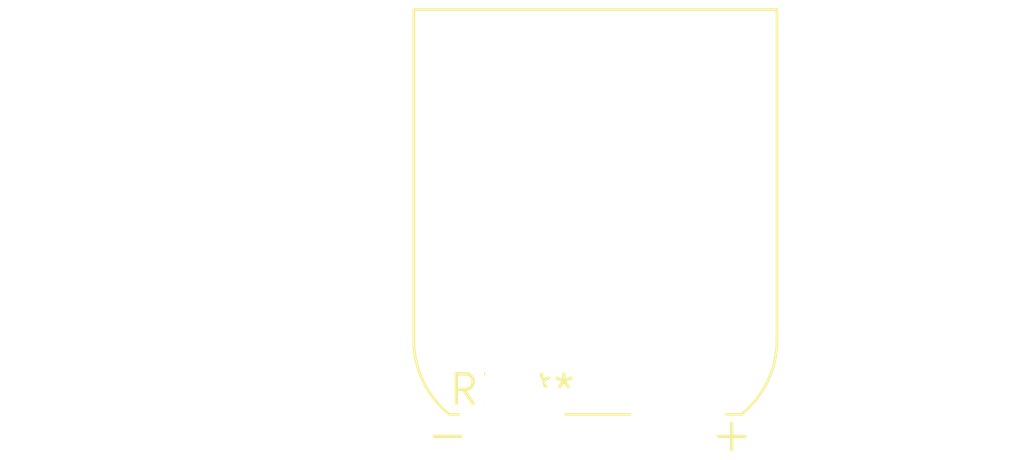
<source format=kicad_pcb>
(kicad_pcb (version 20240108) (generator pcbnew)
  (layers (0 "F.Cu" signal) (31 "B.Cu" signal) (34 "B.Paste" user) (35 "F.Paste" user) (36 "B.SilkS" user "B.Silkscreen") (37 "F.SilkS" user "F.Silkscreen") (38 "B.Mask" user) (39 "F.Mask" user) (44 "Edge.Cuts" user))
  (net 0 "")
  (footprint "AMASS_XT60IPW-M_1x03_P7.20mm_Horizontal" (layer "F.Cu") (at 0 0)
    (property "Reference" "REF**")
    (property "Value" "AMASS_XT60IPW-M_1x03_P7.20mm_Horizontal")
    (fp_line (start -4.26 -16.46) (end -4.26 -2.15) (layer "F.SilkS") (stroke (width 0.12)))
    (fp_line (start -4.26 -16.46) (end 11.46 -16.46) (layer "F.SilkS") (stroke (width 0.12)))
    (fp_line (start -2.71 1.06) (end -2.31 1.06) (layer "F.SilkS") (stroke (width 0.12)))
    (fp_line (start 2.31 1.06) (end 5.1 1.06) (layer "F.SilkS") (stroke (width 0.12)))
    (fp_line (start 9.25 1.06) (end 9.92 1.06) (layer "F.SilkS") (stroke (width 0.12)))
    (fp_line (start 11.46 -16.46) (end 11.46 -2.15) (layer "F.SilkS") (stroke (width 0.12)))
    (fp_arc (start -2.718715 1.058395) (mid -3.854694 -0.370298) (end -4.26 -2.15) (layer "F.SilkS") (stroke (width 0.12)))
    (fp_arc (start 11.46 -2.15) (mid 11.05498 -0.370894) (end 9.919747 1.057569) (layer "F.SilkS") (stroke (width 0.12)))
    (fp_text user "+" (at 9.5 1.9 0) (layer "F.SilkS") (effects (font (size 1.5 1.5))))
    (fp_text user "-" (at -2.8 1.9 0) (layer "F.SilkS") (effects (font (size 1.5 1.5))))
    (pad "" thru_hole rect (at -3.15 -6) (size 0.9 2) (drill oval 0.6 1.7) (layers *.Cu *.Mask) (remove_unused_layers))
    (pad "" thru_hole rect (at 10.35 -6) (size 0.9 2) (drill oval 0.6 1.7) (layers *.Cu *.Mask) (remove_unused_layers))
    (pad "1" thru_hole roundrect (at 0 0) (size 4.1 4.1) (drill 2.7) (layers *.Cu *.Mask) (remove_unused_layers))
    (pad "2" thru_hole circle (at 7.2 0) (size 4.1 4.1) (drill 2.7) (layers *.Cu *.Mask) (remove_unused_layers))
    (pad "3" thru_hole rect (at 3.6 -3.65) (size 2.3 1.3) (drill oval 2 1) (layers *.Cu *.Mask) (remove_unused_layers))
  )
)
</source>
